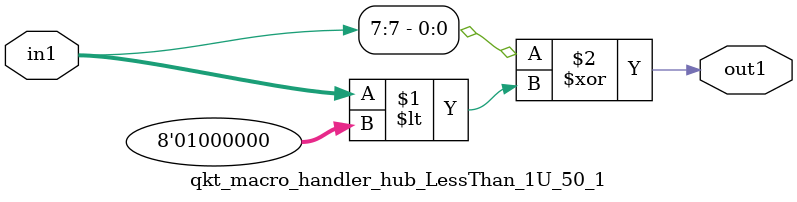
<source format=v>

`timescale 1ps / 1ps


module qkt_macro_handler_hub_LessThan_1U_50_1( in1, out1 );

    input [7:0] in1;
    output out1;

    
    // rtl_process:qkt_macro_handler_hub_LessThan_1U_50_1/qkt_macro_handler_hub_LessThan_1U_50_1_thread_1
    assign out1 = (in1[7] ^ in1 < 8'd064);

endmodule


</source>
